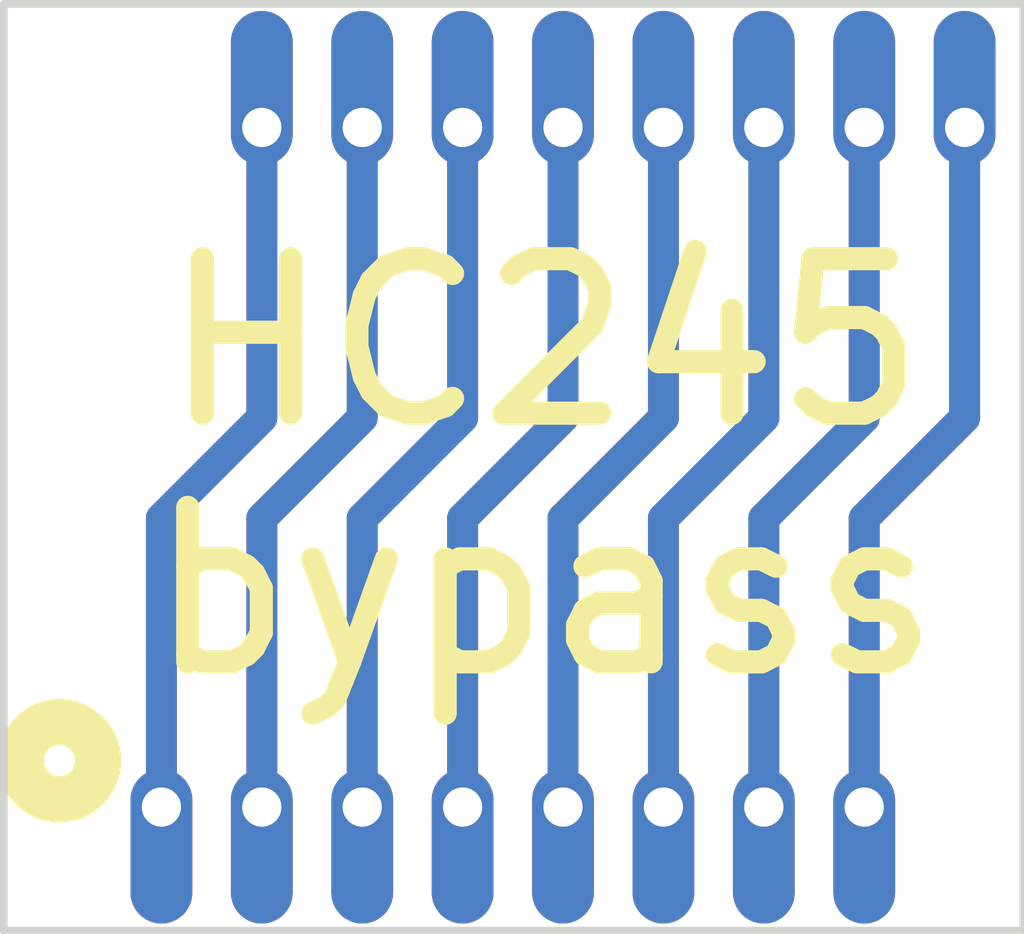
<source format=kicad_pcb>
(kicad_pcb (version 20171130) (host pcbnew 5.1.5)

  (general
    (thickness 1.6)
    (drawings 6)
    (tracks 49)
    (zones 0)
    (modules 16)
    (nets 9)
  )

  (page A4)
  (layers
    (0 F.Cu signal)
    (31 B.Cu signal)
    (32 B.Adhes user)
    (33 F.Adhes user)
    (34 B.Paste user)
    (35 F.Paste user)
    (36 B.SilkS user)
    (37 F.SilkS user)
    (38 B.Mask user)
    (39 F.Mask user)
    (40 Dwgs.User user)
    (41 Cmts.User user)
    (42 Eco1.User user)
    (43 Eco2.User user)
    (44 Edge.Cuts user)
    (45 Margin user)
    (46 B.CrtYd user)
    (47 F.CrtYd user)
    (48 B.Fab user)
    (49 F.Fab user)
  )

  (setup
    (last_trace_width 0.2)
    (trace_clearance 0.2)
    (zone_clearance 0.508)
    (zone_45_only no)
    (trace_min 0.2)
    (via_size 0.8)
    (via_drill 0.254)
    (via_min_size 0.4)
    (via_min_drill 0.254)
    (uvia_size 0.3)
    (uvia_drill 0.1)
    (uvias_allowed no)
    (uvia_min_size 0.2)
    (uvia_min_drill 0.1)
    (edge_width 0.05)
    (segment_width 0.2)
    (pcb_text_width 0.3)
    (pcb_text_size 1.5 1.5)
    (mod_edge_width 0.12)
    (mod_text_size 1 1)
    (mod_text_width 0.15)
    (pad_size 1.524 1.524)
    (pad_drill 0.762)
    (pad_to_mask_clearance 0.051)
    (solder_mask_min_width 0.25)
    (aux_axis_origin 0 0)
    (visible_elements FFFFFF7F)
    (pcbplotparams
      (layerselection 0x010fc_ffffffff)
      (usegerberextensions false)
      (usegerberattributes false)
      (usegerberadvancedattributes false)
      (creategerberjobfile false)
      (excludeedgelayer true)
      (linewidth 0.100000)
      (plotframeref false)
      (viasonmask false)
      (mode 1)
      (useauxorigin false)
      (hpglpennumber 1)
      (hpglpenspeed 20)
      (hpglpendiameter 15.000000)
      (psnegative false)
      (psa4output false)
      (plotreference true)
      (plotvalue true)
      (plotinvisibletext false)
      (padsonsilk false)
      (subtractmaskfromsilk false)
      (outputformat 1)
      (mirror false)
      (drillshape 1)
      (scaleselection 1)
      (outputdirectory ""))
  )

  (net 0 "")
  (net 1 /A0B0)
  (net 2 /A1B1)
  (net 3 /A2B2)
  (net 4 /A3B3)
  (net 5 /A4B4)
  (net 6 /A5B5)
  (net 7 /A6B6)
  (net 8 /A7B7)

  (net_class Default "This is the default net class."
    (clearance 0.2)
    (trace_width 0.2)
    (via_dia 0.8)
    (via_drill 0.254)
    (uvia_dia 0.3)
    (uvia_drill 0.1)
    (diff_pair_width 0.25)
    (diff_pair_gap 0.25)
    (add_net /A0B0)
    (add_net /A1B1)
    (add_net /A2B2)
    (add_net /A3B3)
    (add_net /A4B4)
    (add_net /A5B5)
    (add_net /A6B6)
    (add_net /A7B7)
  )

  (module hc245t-bypass:PAD (layer F.Cu) (tedit 5ECF580E) (tstamp 5ECFAFCE)
    (at 19.57 19.2)
    (path /5ECF9659)
    (fp_text reference TP16 (at 0 4.445) (layer F.SilkS) hide
      (effects (font (size 1 1) (thickness 0.15)))
    )
    (fp_text value TestPoint (at 0 3.175) (layer F.Fab) hide
      (effects (font (size 1 1) (thickness 0.15)))
    )
    (pad 1 thru_hole oval (at 0 0) (size 0.4 1) (drill 0.254 (offset 0 0.254)) (layers *.Cu *.Mask)
      (net 8 /A7B7))
  )

  (module hc245t-bypass:PAD (layer F.Cu) (tedit 5ECF580E) (tstamp 5ECFAFC9)
    (at 20.22 14.8 180)
    (path /5ECF964F)
    (fp_text reference TP15 (at 0 4.445) (layer F.SilkS) hide
      (effects (font (size 1 1) (thickness 0.15)))
    )
    (fp_text value TestPoint (at 0 3.175) (layer F.Fab) hide
      (effects (font (size 1 1) (thickness 0.15)))
    )
    (pad 1 thru_hole oval (at 0 0 180) (size 0.4 1) (drill 0.254 (offset 0 0.254)) (layers *.Cu *.Mask)
      (net 8 /A7B7))
  )

  (module hc245t-bypass:PAD (layer F.Cu) (tedit 5ECF580E) (tstamp 5ECFAFC4)
    (at 18.92 19.2)
    (path /5ECF90E2)
    (fp_text reference TP14 (at 0 4.445) (layer F.SilkS) hide
      (effects (font (size 1 1) (thickness 0.15)))
    )
    (fp_text value TestPoint (at 0 3.175) (layer F.Fab) hide
      (effects (font (size 1 1) (thickness 0.15)))
    )
    (pad 1 thru_hole oval (at 0 0) (size 0.4 1) (drill 0.254 (offset 0 0.254)) (layers *.Cu *.Mask)
      (net 7 /A6B6))
  )

  (module hc245t-bypass:PAD (layer F.Cu) (tedit 5ECF580E) (tstamp 5ECFAFBF)
    (at 19.57 14.8 180)
    (path /5ECF90D8)
    (fp_text reference TP13 (at 0 4.445) (layer F.SilkS) hide
      (effects (font (size 1 1) (thickness 0.15)))
    )
    (fp_text value TestPoint (at 0 3.175) (layer F.Fab) hide
      (effects (font (size 1 1) (thickness 0.15)))
    )
    (pad 1 thru_hole oval (at 0 0 180) (size 0.4 1) (drill 0.254 (offset 0 0.254)) (layers *.Cu *.Mask)
      (net 7 /A6B6))
  )

  (module hc245t-bypass:PAD (layer F.Cu) (tedit 5ECF580E) (tstamp 5ECFAFBA)
    (at 18.27 19.2)
    (path /5ECF8A2B)
    (fp_text reference TP12 (at 0 4.445) (layer F.SilkS) hide
      (effects (font (size 1 1) (thickness 0.15)))
    )
    (fp_text value TestPoint (at 0 3.175) (layer F.Fab) hide
      (effects (font (size 1 1) (thickness 0.15)))
    )
    (pad 1 thru_hole oval (at 0 0) (size 0.4 1) (drill 0.254 (offset 0 0.254)) (layers *.Cu *.Mask)
      (net 6 /A5B5))
  )

  (module hc245t-bypass:PAD (layer F.Cu) (tedit 5ECF580E) (tstamp 5ECFAFB5)
    (at 18.92 14.8 180)
    (path /5ECF8A21)
    (fp_text reference TP11 (at 0 4.445) (layer F.SilkS) hide
      (effects (font (size 1 1) (thickness 0.15)))
    )
    (fp_text value TestPoint (at 0 3.175) (layer F.Fab) hide
      (effects (font (size 1 1) (thickness 0.15)))
    )
    (pad 1 thru_hole oval (at 0 0 180) (size 0.4 1) (drill 0.254 (offset 0 0.254)) (layers *.Cu *.Mask)
      (net 6 /A5B5))
  )

  (module hc245t-bypass:PAD (layer F.Cu) (tedit 5ECF580E) (tstamp 5ECFAFB0)
    (at 17.62 19.2)
    (path /5ECF8201)
    (fp_text reference TP10 (at 0 4.445) (layer F.SilkS) hide
      (effects (font (size 1 1) (thickness 0.15)))
    )
    (fp_text value TestPoint (at 0 3.175) (layer F.Fab) hide
      (effects (font (size 1 1) (thickness 0.15)))
    )
    (pad 1 thru_hole oval (at 0 0) (size 0.4 1) (drill 0.254 (offset 0 0.254)) (layers *.Cu *.Mask)
      (net 5 /A4B4))
  )

  (module hc245t-bypass:PAD (layer F.Cu) (tedit 5ECF580E) (tstamp 5ECFAFAB)
    (at 18.27 14.8 180)
    (path /5ECF81F7)
    (fp_text reference TP9 (at 0 4.445) (layer F.SilkS) hide
      (effects (font (size 1 1) (thickness 0.15)))
    )
    (fp_text value TestPoint (at 0 3.175) (layer F.Fab) hide
      (effects (font (size 1 1) (thickness 0.15)))
    )
    (pad 1 thru_hole oval (at 0 0 180) (size 0.4 1) (drill 0.254 (offset 0 0.254)) (layers *.Cu *.Mask)
      (net 5 /A4B4))
  )

  (module hc245t-bypass:PAD (layer F.Cu) (tedit 5ECF580E) (tstamp 5ECFAFA6)
    (at 16.97 19.2)
    (path /5ECF7C0F)
    (fp_text reference TP8 (at 0 4.445) (layer F.SilkS) hide
      (effects (font (size 1 1) (thickness 0.15)))
    )
    (fp_text value TestPoint (at 0 3.175) (layer F.Fab) hide
      (effects (font (size 1 1) (thickness 0.15)))
    )
    (pad 1 thru_hole oval (at 0 0) (size 0.4 1) (drill 0.254 (offset 0 0.254)) (layers *.Cu *.Mask)
      (net 4 /A3B3))
  )

  (module hc245t-bypass:PAD (layer F.Cu) (tedit 5ECF580E) (tstamp 5ECFAFA1)
    (at 17.62 14.8 180)
    (path /5ECF7C05)
    (fp_text reference TP7 (at 0 4.445) (layer F.SilkS) hide
      (effects (font (size 1 1) (thickness 0.15)))
    )
    (fp_text value TestPoint (at 0 3.175) (layer F.Fab) hide
      (effects (font (size 1 1) (thickness 0.15)))
    )
    (pad 1 thru_hole oval (at 0 0 180) (size 0.4 1) (drill 0.254 (offset 0 0.254)) (layers *.Cu *.Mask)
      (net 4 /A3B3))
  )

  (module hc245t-bypass:PAD (layer F.Cu) (tedit 5ECF580E) (tstamp 5ECFAF9C)
    (at 16.32 19.2)
    (path /5ECF7375)
    (fp_text reference TP6 (at 0 4.445) (layer F.SilkS) hide
      (effects (font (size 1 1) (thickness 0.15)))
    )
    (fp_text value TestPoint (at 0 3.175) (layer F.Fab) hide
      (effects (font (size 1 1) (thickness 0.15)))
    )
    (pad 1 thru_hole oval (at 0 0) (size 0.4 1) (drill 0.254 (offset 0 0.254)) (layers *.Cu *.Mask)
      (net 3 /A2B2))
  )

  (module hc245t-bypass:PAD (layer F.Cu) (tedit 5ECF580E) (tstamp 5ECFAF97)
    (at 16.97 14.8 180)
    (path /5ECF736B)
    (fp_text reference TP5 (at 0 4.445) (layer F.SilkS) hide
      (effects (font (size 1 1) (thickness 0.15)))
    )
    (fp_text value TestPoint (at 0 3.175) (layer F.Fab) hide
      (effects (font (size 1 1) (thickness 0.15)))
    )
    (pad 1 thru_hole oval (at 0 0 180) (size 0.4 1) (drill 0.254 (offset 0 0.254)) (layers *.Cu *.Mask)
      (net 3 /A2B2))
  )

  (module hc245t-bypass:PAD (layer F.Cu) (tedit 5ECF580E) (tstamp 5ECFAF92)
    (at 15.67 19.2)
    (path /5ECF6E22)
    (fp_text reference TP4 (at 0 4.445) (layer F.SilkS) hide
      (effects (font (size 1 1) (thickness 0.15)))
    )
    (fp_text value TestPoint (at 0 3.175) (layer F.Fab) hide
      (effects (font (size 1 1) (thickness 0.15)))
    )
    (pad 1 thru_hole oval (at 0 0) (size 0.4 1) (drill 0.254 (offset 0 0.254)) (layers *.Cu *.Mask)
      (net 2 /A1B1))
  )

  (module hc245t-bypass:PAD (layer F.Cu) (tedit 5ECF580E) (tstamp 5ECFAF8D)
    (at 16.32 14.8 180)
    (path /5ECF6E18)
    (fp_text reference TP3 (at 0 4.445) (layer F.SilkS) hide
      (effects (font (size 1 1) (thickness 0.15)))
    )
    (fp_text value TestPoint (at 0 3.175) (layer F.Fab) hide
      (effects (font (size 1 1) (thickness 0.15)))
    )
    (pad 1 thru_hole oval (at 0 0 180) (size 0.4 1) (drill 0.254 (offset 0 0.254)) (layers *.Cu *.Mask)
      (net 2 /A1B1))
  )

  (module hc245t-bypass:PAD (layer F.Cu) (tedit 5ECF580E) (tstamp 5ECFAF88)
    (at 15.02 19.2)
    (path /5ECF5EE9)
    (fp_text reference TP2 (at 0 4.445) (layer F.SilkS) hide
      (effects (font (size 1 1) (thickness 0.15)))
    )
    (fp_text value TestPoint (at 0 3.175) (layer F.Fab) hide
      (effects (font (size 1 1) (thickness 0.15)))
    )
    (pad 1 thru_hole oval (at 0 0) (size 0.4 1) (drill 0.254 (offset 0 0.254)) (layers *.Cu *.Mask)
      (net 1 /A0B0))
  )

  (module hc245t-bypass:PAD (layer F.Cu) (tedit 5ECF580E) (tstamp 5ECFAF83)
    (at 15.67 14.8 180)
    (path /5ECF5790)
    (fp_text reference TP1 (at 0 4.445) (layer F.SilkS) hide
      (effects (font (size 1 1) (thickness 0.15)))
    )
    (fp_text value TestPoint (at 0 3.175) (layer F.Fab) hide
      (effects (font (size 1 1) (thickness 0.15)))
    )
    (pad 1 thru_hole oval (at 0 0 180) (size 0.4 1) (drill 0.254 (offset 0 0.254)) (layers *.Cu *.Mask)
      (net 1 /A0B0))
  )

  (gr_circle (center 14.36 18.9) (end 14.46 18.9) (layer F.SilkS) (width 0.3) (tstamp 5ECFB3B0))
  (gr_text "HC245\nbypass" (at 17.5 17) (layer F.SilkS)
    (effects (font (size 1 1) (thickness 0.15)))
  )
  (gr_line (start 14 20) (end 14 14) (layer Edge.Cuts) (width 0.05) (tstamp 5ECFB010))
  (gr_line (start 20.6 20) (end 14 20) (layer Edge.Cuts) (width 0.05) (tstamp 5ECFB2F3))
  (gr_line (start 20.6 14) (end 20.6 20) (layer Edge.Cuts) (width 0.05))
  (gr_line (start 14 14) (end 20.6 14) (layer Edge.Cuts) (width 0.05))

  (segment (start 15.02 19.2) (end 15.02 17.33) (width 0.2) (layer B.Cu) (net 1))
  (segment (start 15.67 16.68) (end 15.67 14.8) (width 0.2) (layer B.Cu) (net 1))
  (segment (start 15.02 17.33) (end 15.67 16.68) (width 0.2) (layer B.Cu) (net 1))
  (segment (start 15.02 18.2) (end 15.02 19.2) (width 0.2) (layer F.Cu) (net 1))
  (segment (start 15.02 17.33) (end 15.02 18.2) (width 0.2) (layer F.Cu) (net 1))
  (segment (start 15.67 14.8) (end 15.67 16.68) (width 0.2) (layer F.Cu) (net 1))
  (segment (start 15.67 16.68) (end 15.02 17.33) (width 0.2) (layer F.Cu) (net 1))
  (segment (start 16.32 16.68) (end 16.32 14.8) (width 0.2) (layer B.Cu) (net 2))
  (segment (start 15.67 19.2) (end 15.67 17.33) (width 0.2) (layer B.Cu) (net 2))
  (segment (start 15.67 17.33) (end 16.32 16.68) (width 0.2) (layer B.Cu) (net 2))
  (segment (start 16.32 16.68) (end 16.32 14.8) (width 0.2) (layer F.Cu) (net 2))
  (segment (start 15.67 19.2) (end 15.67 17.33) (width 0.2) (layer F.Cu) (net 2))
  (segment (start 15.67 17.33) (end 16.32 16.68) (width 0.2) (layer F.Cu) (net 2))
  (segment (start 16.97 16.68) (end 16.97 14.8) (width 0.2) (layer B.Cu) (net 3))
  (segment (start 16.32 19.2) (end 16.32 17.33) (width 0.2) (layer B.Cu) (net 3))
  (segment (start 16.32 17.33) (end 16.97 16.68) (width 0.2) (layer B.Cu) (net 3))
  (segment (start 16.97 16.68) (end 16.97 14.8) (width 0.2) (layer F.Cu) (net 3))
  (segment (start 16.32 19.2) (end 16.32 17.33) (width 0.2) (layer F.Cu) (net 3))
  (segment (start 16.32 17.33) (end 16.97 16.68) (width 0.2) (layer F.Cu) (net 3))
  (segment (start 17.62 16.68) (end 17.62 14.8) (width 0.2) (layer B.Cu) (net 4))
  (segment (start 16.97 19.2) (end 16.97 17.33) (width 0.2) (layer B.Cu) (net 4))
  (segment (start 16.97 17.33) (end 17.62 16.68) (width 0.2) (layer B.Cu) (net 4))
  (segment (start 17.62 16.68) (end 17.62 14.8) (width 0.2) (layer F.Cu) (net 4))
  (segment (start 16.97 19.2) (end 16.97 17.33) (width 0.2) (layer F.Cu) (net 4))
  (segment (start 16.97 17.33) (end 17.62 16.68) (width 0.2) (layer F.Cu) (net 4))
  (segment (start 18.27 16.68) (end 18.27 14.8) (width 0.2) (layer B.Cu) (net 5))
  (segment (start 17.62 19.2) (end 17.62 17.33) (width 0.2) (layer B.Cu) (net 5))
  (segment (start 17.62 17.33) (end 18.27 16.68) (width 0.2) (layer B.Cu) (net 5))
  (segment (start 18.27 16.68) (end 18.27 14.8) (width 0.2) (layer F.Cu) (net 5))
  (segment (start 17.62 19.2) (end 17.62 17.33) (width 0.2) (layer F.Cu) (net 5))
  (segment (start 17.62 17.33) (end 18.27 16.68) (width 0.2) (layer F.Cu) (net 5))
  (segment (start 18.92 16.68) (end 18.92 14.8) (width 0.2) (layer B.Cu) (net 6))
  (segment (start 18.27 19.2) (end 18.27 17.33) (width 0.2) (layer B.Cu) (net 6))
  (segment (start 18.27 17.33) (end 18.92 16.68) (width 0.2) (layer B.Cu) (net 6))
  (segment (start 18.92 16.68) (end 18.92 14.8) (width 0.2) (layer F.Cu) (net 6))
  (segment (start 18.27 19.2) (end 18.27 17.33) (width 0.2) (layer F.Cu) (net 6))
  (segment (start 18.27 17.33) (end 18.92 16.68) (width 0.2) (layer F.Cu) (net 6))
  (segment (start 19.57 16.68) (end 19.57 14.8) (width 0.2) (layer B.Cu) (net 7))
  (segment (start 18.92 19.2) (end 18.92 17.33) (width 0.2) (layer B.Cu) (net 7))
  (segment (start 18.92 17.33) (end 19.57 16.68) (width 0.2) (layer B.Cu) (net 7))
  (segment (start 18.92 19.2) (end 18.92 17.33) (width 0.2) (layer F.Cu) (net 7))
  (segment (start 19.57 16.68) (end 19.57 14.8) (width 0.2) (layer F.Cu) (net 7))
  (segment (start 18.92 17.33) (end 19.57 16.68) (width 0.2) (layer F.Cu) (net 7))
  (segment (start 20.22 16.68) (end 20.22 14.8) (width 0.2) (layer B.Cu) (net 8))
  (segment (start 19.57 19.2) (end 19.57 17.33) (width 0.2) (layer B.Cu) (net 8))
  (segment (start 19.57 17.33) (end 20.22 16.68) (width 0.2) (layer B.Cu) (net 8))
  (segment (start 20.22 16.68) (end 20.22 14.8) (width 0.2) (layer F.Cu) (net 8))
  (segment (start 19.57 19.2) (end 19.57 17.33) (width 0.2) (layer F.Cu) (net 8))
  (segment (start 19.57 17.33) (end 20.22 16.68) (width 0.2) (layer F.Cu) (net 8))

)

</source>
